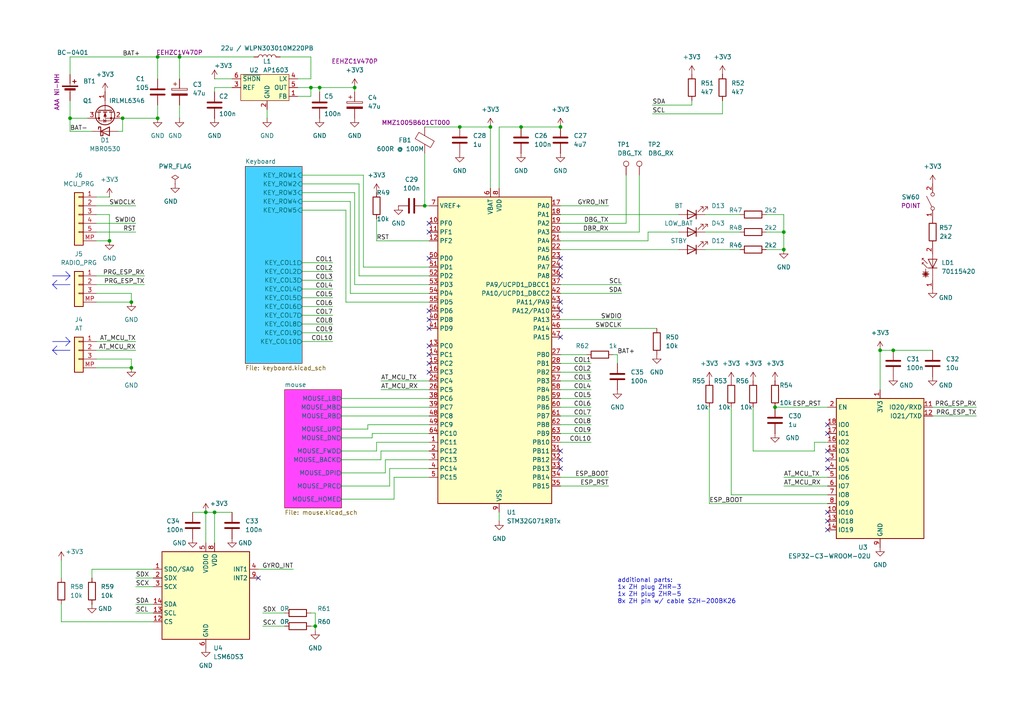
<source format=kicad_sch>
(kicad_sch (version 20231120) (generator "eeschema") (generator_version "8.0")
  (paper "A4")
  (title_block (title "EtherPointer") (date "2025-02-13") (rev "RC1") (company "Bart's Design") (comment 1 "Bartosz Pracz"))
  (junction (at 62.23 148.59))
  (junction (at 59.69 148.59))
  (junction (at 224.79 118.11))
  (junction (at 92.71 25.4))
  (junction (at 45.72 16.51))
  (junction (at 52.07 16.51))
  (junction (at 45.72 34.29))
  (junction (at 133.35 36.83))
  (junction (at 31.75 69.85))
  (junction (at 227.33 67.31))
  (junction (at 227.33 72.39))
  (junction (at 255.27 101.6))
  (junction (at 90.17 25.4))
  (junction (at 38.1 87.63))
  (junction (at 142.24 36.83))
  (junction (at 151.13 36.83))
  (junction (at 123.19 59.69))
  (junction (at 259.08 101.6))
  (junction (at 91.44 181.61))
  (junction (at 20.32 34.29))
  (junction (at 162.56 36.83))
  (junction (at 102.87 25.4))
  (junction (at 35.56 34.29))
  (junction (at 38.1 106.68))
  (no_connect (at 240.03 125.73))
  (no_connect (at 162.56 77.47))
  (no_connect (at 74.93 167.64))
  (no_connect (at 162.56 97.79))
  (no_connect (at 240.03 123.19))
  (no_connect (at 124.46 92.71))
  (no_connect (at 240.03 148.59))
  (no_connect (at 240.03 151.13))
  (no_connect (at 124.46 100.33))
  (no_connect (at 162.56 87.63))
  (no_connect (at 162.56 80.01))
  (no_connect (at 162.56 90.17))
  (no_connect (at 162.56 74.93))
  (no_connect (at 240.03 153.67))
  (no_connect (at 240.03 133.35))
  (no_connect (at 124.46 102.87))
  (no_connect (at 124.46 105.41))
  (no_connect (at 240.03 130.81))
  (no_connect (at 162.56 135.89))
  (no_connect (at 124.46 107.95))
  (no_connect (at 162.56 133.35))
  (no_connect (at 124.46 67.31))
  (no_connect (at 124.46 90.17))
  (no_connect (at 124.46 95.25))
  (no_connect (at 162.56 130.81))
  (no_connect (at 240.03 135.89))
  (no_connect (at 124.46 74.93))
  (no_connect (at 124.46 64.77))
  (wire (pts (xy 87.63 78.74) (xy 96.52 78.74)))
  (wire (pts (xy 27.94 59.69) (xy 39.37 59.69)))
  (wire (pts (xy 177.8 102.87) (xy 179.07 102.87)))
  (wire (pts (xy 20.32 16.51) (xy 20.32 21.59)))
  (wire (pts (xy 222.25 72.39) (xy 227.33 72.39)))
  (wire (pts (xy 62.23 148.59) (xy 67.31 148.59)))
  (wire (pts (xy 31.75 62.23) (xy 27.94 62.23)))
  (wire (pts (xy 224.79 118.11) (xy 240.03 118.11)))
  (wire (pts (xy 200.66 29.21) (xy 200.66 30.48)))
  (wire (pts (xy 27.94 57.15) (xy 31.75 57.15)))
  (wire (pts (xy 87.63 76.2) (xy 96.52 76.2)))
  (wire (pts (xy 17.78 162.56) (xy 17.78 167.64)))
  (polyline (pts (xy 15.24 82.55) (xy 16.51 83.82)))
  (wire (pts (xy 76.2 177.8) (xy 82.55 177.8)))
  (wire (pts (xy 110.49 130.81) (xy 124.46 130.81)))
  (polyline (pts (xy 19.05 97.79) (xy 20.32 99.06)))
  (wire (pts (xy 99.06 144.78) (xy 114.3 144.78)))
  (wire (pts (xy 35.56 34.29) (xy 45.72 34.29)))
  (wire (pts (xy 162.56 92.71) (xy 180.34 92.71)))
  (wire (pts (xy 162.56 115.57) (xy 171.45 115.57)))
  (polyline (pts (xy 15.24 80.01) (xy 20.32 80.01)))
  (wire (pts (xy 20.32 34.29) (xy 20.32 38.1)))
  (wire (pts (xy 99.06 137.16) (xy 111.76 137.16)))
  (wire (pts (xy 162.56 125.73) (xy 171.45 125.73)))
  (wire (pts (xy 162.56 62.23) (xy 196.85 62.23)))
  (polyline (pts (xy 15.24 101.6) (xy 16.51 100.33)))
  (wire (pts (xy 205.74 118.11) (xy 205.74 146.05)))
  (wire (pts (xy 86.36 25.4) (xy 90.17 25.4)))
  (wire (pts (xy 27.94 69.85) (xy 31.75 69.85)))
  (wire (pts (xy 38.1 85.09) (xy 27.94 85.09)))
  (wire (pts (xy 27.94 80.01) (xy 41.91 80.01)))
  (wire (pts (xy 91.44 177.8) (xy 91.44 181.61)))
  (wire (pts (xy 162.56 105.41) (xy 171.45 105.41)))
  (wire (pts (xy 162.56 113.03) (xy 171.45 113.03)))
  (wire (pts (xy 76.2 181.61) (xy 82.55 181.61)))
  (wire (pts (xy 52.07 16.51) (xy 73.66 16.51)))
  (wire (pts (xy 87.63 93.98) (xy 96.52 93.98)))
  (wire (pts (xy 142.24 36.83) (xy 142.24 54.61)))
  (wire (pts (xy 187.96 69.85) (xy 162.56 69.85)))
  (wire (pts (xy 162.56 67.31) (xy 185.42 67.31)))
  (wire (pts (xy 162.56 128.27) (xy 171.45 128.27)))
  (wire (pts (xy 144.78 36.83) (xy 151.13 36.83)))
  (wire (pts (xy 102.87 25.4) (xy 102.87 26.67)))
  (wire (pts (xy 162.56 59.69) (xy 176.53 59.69)))
  (wire (pts (xy 38.1 87.63) (xy 38.1 85.09)))
  (wire (pts (xy 109.22 69.85) (xy 124.46 69.85)))
  (wire (pts (xy 114.3 144.78) (xy 114.3 138.43)))
  (wire (pts (xy 99.06 127) (xy 107.95 127)))
  (wire (pts (xy 218.44 118.11) (xy 218.44 130.81)))
  (wire (pts (xy 189.23 30.48) (xy 200.66 30.48)))
  (wire (pts (xy 62.23 25.4) (xy 67.31 25.4)))
  (wire (pts (xy 52.07 16.51) (xy 52.07 22.86)))
  (wire (pts (xy 227.33 62.23) (xy 227.33 67.31)))
  (wire (pts (xy 102.87 82.55) (xy 124.46 82.55)))
  (polyline (pts (xy 19.05 100.33) (xy 20.32 99.06)))
  (wire (pts (xy 185.42 50.8) (xy 185.42 67.31)))
  (wire (pts (xy 27.94 99.06) (xy 39.37 99.06)))
  (wire (pts (xy 123.19 59.69) (xy 124.46 59.69)))
  (wire (pts (xy 144.78 54.61) (xy 144.78 36.83)))
  (wire (pts (xy 27.94 67.31) (xy 39.37 67.31)))
  (wire (pts (xy 27.94 101.6) (xy 39.37 101.6)))
  (wire (pts (xy 99.06 133.35) (xy 110.49 133.35)))
  (wire (pts (xy 87.63 81.28) (xy 96.52 81.28)))
  (wire (pts (xy 31.75 69.85) (xy 31.75 62.23)))
  (wire (pts (xy 92.71 25.4) (xy 102.87 25.4)))
  (wire (pts (xy 62.23 22.86) (xy 67.31 22.86)))
  (wire (pts (xy 17.78 180.34) (xy 44.45 180.34)))
  (wire (pts (xy 77.47 31.75) (xy 77.47 34.29)))
  (wire (pts (xy 87.63 86.36) (xy 96.52 86.36)))
  (wire (pts (xy 17.78 175.26) (xy 17.78 180.34)))
  (wire (pts (xy 27.94 106.68) (xy 38.1 106.68)))
  (polyline (pts (xy 19.05 78.74) (xy 20.32 80.01)))
  (wire (pts (xy 20.32 34.29) (xy 25.4 34.29)))
  (wire (pts (xy 81.28 16.51) (xy 90.17 16.51)))
  (wire (pts (xy 104.14 80.01) (xy 124.46 80.01)))
  (wire (pts (xy 109.22 128.27) (xy 124.46 128.27)))
  (wire (pts (xy 87.63 50.8) (xy 105.41 50.8)))
  (wire (pts (xy 110.49 113.03) (xy 124.46 113.03)))
  (wire (pts (xy 91.44 182.88) (xy 91.44 181.61)))
  (wire (pts (xy 236.22 128.27) (xy 236.22 130.81)))
  (wire (pts (xy 106.68 123.19) (xy 124.46 123.19)))
  (wire (pts (xy 99.06 140.97) (xy 113.03 140.97)))
  (polyline (pts (xy 15.24 99.06) (xy 20.32 99.06)))
  (wire (pts (xy 151.13 36.83) (xy 162.56 36.83)))
  (wire (pts (xy 114.3 138.43) (xy 124.46 138.43)))
  (wire (pts (xy 34.29 38.1) (xy 35.56 38.1)))
  (wire (pts (xy 26.67 165.1) (xy 26.67 167.64)))
  (wire (pts (xy 106.68 124.46) (xy 106.68 123.19)))
  (wire (pts (xy 236.22 128.27) (xy 240.03 128.27)))
  (wire (pts (xy 187.96 67.31) (xy 187.96 69.85)))
  (wire (pts (xy 104.14 53.34) (xy 104.14 80.01)))
  (polyline (pts (xy 15.24 82.55) (xy 16.51 81.28)))
  (wire (pts (xy 59.69 148.59) (xy 62.23 148.59)))
  (wire (pts (xy 91.44 181.61) (xy 90.17 181.61)))
  (polyline (pts (xy 15.24 101.6) (xy 16.51 102.87)))
  (wire (pts (xy 181.61 50.8) (xy 181.61 64.77)))
  (wire (pts (xy 105.41 77.47) (xy 124.46 77.47)))
  (wire (pts (xy 123.19 44.45) (xy 123.19 59.69)))
  (wire (pts (xy 87.63 91.44) (xy 96.52 91.44)))
  (wire (pts (xy 189.23 33.02) (xy 209.55 33.02)))
  (wire (pts (xy 227.33 67.31) (xy 222.25 67.31)))
  (wire (pts (xy 86.36 27.94) (xy 90.17 27.94)))
  (wire (pts (xy 205.74 146.05) (xy 240.03 146.05)))
  (wire (pts (xy 162.56 123.19) (xy 171.45 123.19)))
  (wire (pts (xy 212.09 143.51) (xy 240.03 143.51)))
  (wire (pts (xy 218.44 130.81) (xy 236.22 130.81)))
  (wire (pts (xy 204.47 67.31) (xy 214.63 67.31)))
  (wire (pts (xy 144.78 148.59) (xy 144.78 151.13)))
  (wire (pts (xy 99.06 120.65) (xy 124.46 120.65)))
  (wire (pts (xy 87.63 88.9) (xy 96.52 88.9)))
  (wire (pts (xy 62.23 157.48) (xy 62.23 148.59)))
  (wire (pts (xy 110.49 110.49) (xy 124.46 110.49)))
  (wire (pts (xy 45.72 16.51) (xy 52.07 16.51)))
  (wire (pts (xy 111.76 133.35) (xy 124.46 133.35)))
  (wire (pts (xy 90.17 16.51) (xy 90.17 22.86)))
  (polyline (pts (xy 19.05 81.28) (xy 20.32 80.01)))
  (wire (pts (xy 123.19 36.83) (xy 133.35 36.83)))
  (wire (pts (xy 162.56 102.87) (xy 170.18 102.87)))
  (wire (pts (xy 100.33 60.96) (xy 100.33 87.63)))
  (polyline (pts (xy 15.24 82.55) (xy 20.32 82.55)))
  (wire (pts (xy 90.17 177.8) (xy 91.44 177.8)))
  (wire (pts (xy 99.06 118.11) (xy 124.46 118.11)))
  (wire (pts (xy 90.17 25.4) (xy 92.71 25.4)))
  (wire (pts (xy 87.63 60.96) (xy 100.33 60.96)))
  (wire (pts (xy 87.63 99.06) (xy 96.52 99.06)))
  (wire (pts (xy 99.06 124.46) (xy 106.68 124.46)))
  (wire (pts (xy 55.88 148.59) (xy 59.69 148.59)))
  (wire (pts (xy 92.71 25.4) (xy 92.71 26.67)))
  (wire (pts (xy 162.56 72.39) (xy 196.85 72.39)))
  (wire (pts (xy 270.51 120.65) (xy 283.21 120.65)))
  (wire (pts (xy 87.63 83.82) (xy 96.52 83.82)))
  (wire (pts (xy 45.72 34.29) (xy 45.72 30.48)))
  (wire (pts (xy 105.41 50.8) (xy 105.41 77.47)))
  (polyline (pts (xy 15.24 101.6) (xy 20.32 101.6)))
  (polyline (pts (xy 15.24 101.6) (xy 16.51 101.6)))
  (wire (pts (xy 179.07 102.87) (xy 179.07 105.41)))
  (wire (pts (xy 87.63 96.52) (xy 96.52 96.52)))
  (wire (pts (xy 222.25 62.23) (xy 227.33 62.23)))
  (wire (pts (xy 111.76 137.16) (xy 111.76 133.35)))
  (wire (pts (xy 87.63 58.42) (xy 101.6 58.42)))
  (wire (pts (xy 255.27 101.6) (xy 259.08 101.6)))
  (wire (pts (xy 162.56 85.09) (xy 180.34 85.09)))
  (wire (pts (xy 52.07 30.48) (xy 52.07 34.29)))
  (wire (pts (xy 35.56 34.29) (xy 35.56 38.1)))
  (wire (pts (xy 38.1 106.68) (xy 38.1 104.14)))
  (wire (pts (xy 26.67 165.1) (xy 44.45 165.1)))
  (wire (pts (xy 162.56 82.55) (xy 180.34 82.55)))
  (wire (pts (xy 227.33 140.97) (xy 240.03 140.97)))
  (wire (pts (xy 20.32 34.29) (xy 20.32 29.21)))
  (wire (pts (xy 227.33 138.43) (xy 240.03 138.43)))
  (wire (pts (xy 162.56 138.43) (xy 176.53 138.43)))
  (wire (pts (xy 212.09 118.11) (xy 212.09 143.51)))
  (wire (pts (xy 107.95 127) (xy 107.95 125.73)))
  (wire (pts (xy 87.63 55.88) (xy 102.87 55.88)))
  (wire (pts (xy 99.06 130.81) (xy 109.22 130.81)))
  (wire (pts (xy 101.6 58.42) (xy 101.6 85.09)))
  (wire (pts (xy 109.22 130.81) (xy 109.22 128.27)))
  (wire (pts (xy 45.72 16.51) (xy 45.72 22.86)))
  (wire (pts (xy 59.69 148.59) (xy 59.69 157.48)))
  (wire (pts (xy 162.56 118.11) (xy 171.45 118.11)))
  (wire (pts (xy 162.56 110.49) (xy 171.45 110.49)))
  (wire (pts (xy 227.33 67.31) (xy 227.33 72.39)))
  (wire (pts (xy 187.96 67.31) (xy 196.85 67.31)))
  (wire (pts (xy 162.56 95.25) (xy 190.5 95.25)))
  (wire (pts (xy 204.47 62.23) (xy 214.63 62.23)))
  (wire (pts (xy 39.37 175.26) (xy 44.45 175.26)))
  (wire (pts (xy 109.22 63.5) (xy 109.22 69.85)))
  (wire (pts (xy 270.51 118.11) (xy 283.21 118.11)))
  (wire (pts (xy 27.94 82.55) (xy 41.91 82.55)))
  (wire (pts (xy 162.56 64.77) (xy 181.61 64.77)))
  (wire (pts (xy 162.56 140.97) (xy 176.53 140.97)))
  (wire (pts (xy 38.1 104.14) (xy 27.94 104.14)))
  (wire (pts (xy 162.56 120.65) (xy 171.45 120.65)))
  (wire (pts (xy 39.37 170.18) (xy 44.45 170.18)))
  (wire (pts (xy 87.63 53.34) (xy 104.14 53.34)))
  (wire (pts (xy 27.94 87.63) (xy 38.1 87.63)))
  (wire (pts (xy 90.17 22.86) (xy 86.36 22.86)))
  (wire (pts (xy 113.03 140.97) (xy 113.03 135.89)))
  (wire (pts (xy 39.37 167.64) (xy 44.45 167.64)))
  (wire (pts (xy 27.94 64.77) (xy 39.37 64.77)))
  (wire (pts (xy 110.49 133.35) (xy 110.49 130.81)))
  (wire (pts (xy 39.37 177.8) (xy 44.45 177.8)))
  (wire (pts (xy 100.33 87.63) (xy 124.46 87.63)))
  (wire (pts (xy 102.87 55.88) (xy 102.87 82.55)))
  (wire (pts (xy 99.06 115.57) (xy 124.46 115.57)))
  (wire (pts (xy 62.23 26.67) (xy 62.23 25.4)))
  (wire (pts (xy 204.47 72.39) (xy 214.63 72.39)))
  (wire (pts (xy 255.27 101.6) (xy 255.27 113.03)))
  (wire (pts (xy 26.67 38.1) (xy 20.32 38.1)))
  (wire (pts (xy 162.56 107.95) (xy 171.45 107.95)))
  (wire (pts (xy 74.93 165.1) (xy 85.09 165.1)))
  (wire (pts (xy 101.6 85.09) (xy 124.46 85.09)))
  (wire (pts (xy 209.55 33.02) (xy 209.55 29.21)))
  (wire (pts (xy 133.35 36.83) (xy 142.24 36.83)))
  (wire (pts (xy 90.17 27.94) (xy 90.17 25.4)))
  (wire (pts (xy 259.08 101.6) (xy 270.51 101.6)))
  (wire (pts (xy 20.32 16.51) (xy 45.72 16.51)))
  (wire (pts (xy 107.95 125.73) (xy 124.46 125.73)))
  (wire (pts (xy 113.03 135.89) (xy 124.46 135.89)))
  (text "additional parts:\n1x ZH plug ZHR-3\n1x ZH plug ZHR-5\n8x ZH pin w/ cable SZH-200BK26" (at 179.07 171.45 0) (effects (font (size 1.27 1.27)) (justify left)))
  (label "SDA" (at 189.23 30.48 0))
  (label "COL7" (at 171.45 120.65 180))
  (label "COL4" (at 171.45 113.03 180))
  (label "COL4" (at 96.52 83.82 180))
  (label "AT_MCU_RX" (at 110.49 113.03 0))
  (label "COL5" (at 171.45 115.57 180))
  (label "BAT-" (at 20.32 38.1 0))
  (label "COL2" (at 96.52 78.74 180))
  (label "PRG_ESP_RX" (at 41.91 80.01 180))
  (label "COL10" (at 171.45 128.27 180))
  (label "COL6" (at 96.52 88.9 180))
  (label "DBR_RX" (at 176.53 67.31 180))
  (label "RST" (at 39.37 67.31 180))
  (label "COL5" (at 96.52 86.36 180))
  (label "COL1" (at 96.52 76.2 180))
  (label "AT_MCU_TX" (at 227.33 138.43 0))
  (label "SWDCLK" (at 39.37 59.69 180))
  (label "COL10" (at 96.52 99.06 180))
  (label "COL1" (at 171.45 105.41 180))
  (label "ESP_BOOT" (at 176.53 138.43 180))
  (label "COL9" (at 171.45 125.73 180))
  (label "BAT+" (at 179.07 102.87 0))
  (label "AT_MCU_TX" (at 39.37 99.06 180))
  (label "SCL" (at 189.23 33.02 0))
  (label "GYRO_INT" (at 176.53 59.69 180))
  (label "SCX" (at 76.2 181.61 0))
  (label "COL7" (at 96.52 91.44 180))
  (label "DBG_TX" (at 176.53 64.77 180))
  (label "ESP_BOOT" (at 205.74 146.05 0))
  (label "SWDIO" (at 39.37 64.77 180))
  (label "COL8" (at 171.45 123.19 180))
  (label "ESP_RST" (at 176.53 140.97 180))
  (label "COL3" (at 171.45 110.49 180))
  (label "SDX" (at 76.2 177.8 0))
  (label "RST" (at 109.22 69.85 0))
  (label "SCL" (at 180.34 82.55 180))
  (label "COL8" (at 96.52 93.98 180))
  (label "SWDIO" (at 180.34 92.71 180))
  (label "SCL" (at 39.37 177.8 0))
  (label "COL3" (at 96.52 81.28 180))
  (label "BAT+" (at 35.56 16.51 0))
  (label "COL6" (at 171.45 118.11 180))
  (label "SDA" (at 180.34 85.09 180))
  (label "COL9" (at 96.52 96.52 180))
  (label "AT_MCU_RX" (at 39.37 101.6 180))
  (label "AT_MCU_TX" (at 110.49 110.49 0))
  (label "AT_MCU_RX" (at 227.33 140.97 0))
  (label "PRG_ESP_RX" (at 283.21 118.11 180))
  (label "ESP_RST" (at 229.87 118.11 0))
  (label "SDA" (at 39.37 175.26 0))
  (label "COL2" (at 171.45 107.95 180))
  (label "PRG_ESP_TX" (at 283.21 120.65 180))
  (label "SDX" (at 39.37 167.64 0))
  (label "SCX" (at 39.37 170.18 0))
  (label "GYRO_INT" (at 85.09 165.1 180))
  (label "SWDCLK" (at 180.34 95.25 180))
  (label "PRG_ESP_TX" (at 41.91 82.55 180))
  (symbol (lib_id "power:+3V3") (at 102.87 25.4 0) (mirror y) (unit 1)
    (property "Reference" "#PWR09" (effects (hide yes)))
    (property "Value" "+3V3" (at 102.87 20.32 0))
    (property "Description" "Power symbol creates a global label with name \"+3V3\"" (effects (hide yes)))
  )
  (symbol (lib_id "airMouseLib:Conn_01x05_MP") (at 22.86 62.23 0) (mirror y) (unit 1)
    (property "Reference" "J6" (at 22.86 50.8 0))
    (property "Value" "MCU_PRG" (at 22.86 53.34 0))
    (property "Footprint" "Connector_JST:JST_ZH_S5B-ZR-SM4A-TF_1x05-1MP_P1.50mm_Horizontal" (effects (hide yes)))
    (property "Description" "Generic connector, single row, 01x05, script generated (kicad-library-utils/schlib/autogen/connector/)" (effects (hide yes)))
  )
  (symbol (lib_id "power:+3V3") (at 212.09 110.49 0) (unit 1)
    (property "Reference" "#PWR069" (effects (hide yes)))
    (property "Value" "+3V3" (at 212.09 105.41 0))
    (property "Description" "Power symbol creates a global label with name \"+3V3\"" (effects (hide yes)))
  )
  (symbol (lib_id "Device:Battery_Cell") (at 20.32 26.67 0) (unit 1)
    (property "Reference" "BT1" (at 24.13 23.5584 0) (effects (justify left)))
    (property "Value" "BC-0401" (at 16.51 15.24 0) (effects (justify left)))
    (property "Footprint" "airMouseLib:BC-0401" (effects (hide yes)))
    (property "Description" "Single-cell battery" (effects (hide yes)))
    (property "Field5" "AAA Ni-MH" (at 16.51 26.67 90))
  )
  (symbol (lib_id "Connector:TestPoint") (at 185.42 50.8 0) (unit 1)
    (property "Reference" "TP2" (at 187.96 41.91 0) (effects (justify left)))
    (property "Value" "DBG_RX" (at 187.96 44.45 0) (effects (justify left)))
    (property "Footprint" "TestPoint:TestPoint_Pad_D1.0mm" (effects (hide yes)))
    (property "Description" "test point" (effects (hide yes)))
  )
  (symbol (lib_id "airMouseLib:AP1603") (at 76.2 25.4 0) (unit 1)
    (property "Reference" "U2" (at 73.66 20.32 0))
    (property "Value" "AP1603" (at 80.01 20.32 0))
    (property "Footprint" "Package_TO_SOT_SMD:SOT-23-6" (effects (hide yes)))
  )
  (symbol (lib_id "Device:C") (at 270.51 105.41 0) (unit 1)
    (property "Reference" "C32" (at 274.32 104.1399 0) (effects (justify left)))
    (property "Value" "10u" (at 274.32 106.6799 0) (effects (justify left)))
    (property "Footprint" "Capacitor_SMD:C_0805_2012Metric" (effects (hide yes)))
    (property "Description" "Unpolarized capacitor" (effects (hide yes)))
  )
  (symbol (lib_id "power:GND") (at 91.44 182.88 0) (unit 1)
    (property "Reference" "#PWR080" (effects (hide yes)))
    (property "Value" "GND" (at 91.44 187.96 0))
    (property "Description" "Power symbol creates a global label with name \"GND\" , ground" (effects (hide yes)))
  )
  (symbol (lib_id "power:GND") (at 151.13 44.45 0) (unit 1)
    (property "Reference" "#PWR057" (effects (hide yes)))
    (property "Value" "GND" (at 151.13 49.53 0))
    (property "Description" "Power symbol creates a global label with name \"GND\" , ground" (effects (hide yes)))
  )
  (symbol (lib_id "Device:C") (at 259.08 105.41 0) (unit 1)
    (property "Reference" "C31" (at 262.89 104.1399 0) (effects (justify left)))
    (property "Value" "100n" (at 262.89 106.6799 0) (effects (justify left)))
    (property "Footprint" "Capacitor_SMD:C_0603_1608Metric" (effects (hide yes)))
    (property "Description" "Unpolarized capacitor" (effects (hide yes)))
  )
  (symbol (lib_id "power:GND") (at 227.33 72.39 0) (unit 1)
    (property "Reference" "#PWR052" (effects (hide yes)))
    (property "Value" "GND" (at 227.33 77.47 0))
    (property "Description" "Power symbol creates a global label with name \"GND\" , ground" (effects (hide yes)))
  )
  (symbol (lib_id "power:+3V3") (at 224.79 110.49 0) (unit 1)
    (property "Reference" "#PWR070" (effects (hide yes)))
    (property "Value" "+3V3" (at 224.79 105.41 0))
    (property "Description" "Power symbol creates a global label with name \"+3V3\"" (effects (hide yes)))
  )
  (symbol (lib_id "Device:R") (at 218.44 72.39 90) (unit 1)
    (property "Reference" "R46" (at 213.36 71.12 90))
    (property "Value" "2k2" (at 223.52 71.12 90))
    (property "Footprint" "Resistor_SMD:R_0603_1608Metric" (effects (hide yes)))
    (property "Description" "Resistor" (effects (hide yes)))
  )
  (symbol (lib_id "Device:R") (at 209.55 25.4 0) (unit 1)
    (property "Reference" "R52" (at 212.09 24.1299 0) (effects (justify left)))
    (property "Value" "4k7" (at 212.09 26.6699 0) (effects (justify left)))
    (property "Footprint" "Resistor_SMD:R_0603_1608Metric" (effects (hide yes)))
    (property "Description" "Resistor" (effects (hide yes)))
  )
  (symbol (lib_id "power:GND") (at 162.56 44.45 0) (unit 1)
    (property "Reference" "#PWR058" (effects (hide yes)))
    (property "Value" "GND" (at 162.56 49.53 0))
    (property "Description" "Power symbol creates a global label with name \"GND\" , ground" (effects (hide yes)))
  )
  (symbol (lib_id "Device:R") (at 218.44 114.3 0) (unit 1)
    (property "Reference" "R56" (at 213.36 110.49 0) (effects (justify left)))
    (property "Value" "10k" (at 214.63 118.11 0) (effects (justify left)))
    (property "Footprint" "Resistor_SMD:R_0603_1608Metric" (effects (hide yes)))
    (property "Description" "Resistor" (effects (hide yes)))
  )
  (symbol (lib_id "power:+3V3") (at 62.23 22.86 0) (unit 1)
    (property "Reference" "#PWR04" (effects (hide yes)))
    (property "Value" "+3V3" (at 64.77 19.05 0))
    (property "Description" "Power symbol creates a global label with name \"+3V3\"" (effects (hide yes)))
  )
  (symbol (lib_id "Device:R") (at 270.51 67.31 180) (unit 1)
    (property "Reference" "R57" (at 274.32 66.04 0))
    (property "Value" "2k2" (at 274.32 68.58 0))
    (property "Footprint" "Resistor_SMD:R_0603_1608Metric" (effects (hide yes)))
    (property "Description" "Resistor" (effects (hide yes)))
  )
  (symbol (lib_id "Device:FerriteBead") (at 123.19 40.64 0) (unit 1)
    (property "Reference" "FB1" (at 115.57 40.64 0) (effects (justify left)))
    (property "Value" "600R @ 100M" (at 109.22 43.18 0) (effects (justify left)))
    (property "Footprint" "Capacitor_SMD:C_0603_1608Metric" (effects (hide yes)))
    (property "Description" "Ferrite bead" (effects (hide yes)))
    (property "Field5" "MMZ1005B601CT000" (at 120.65 35.56 0))
  )
  (symbol (lib_id "power:+3V3") (at 209.55 21.59 0) (mirror y) (unit 1)
    (property "Reference" "#PWR067" (effects (hide yes)))
    (property "Value" "+3V3" (at 209.55 16.51 0))
    (property "Description" "Power symbol creates a global label with name \"+3V3\"" (effects (hide yes)))
  )
  (symbol (lib_id "power:+3V3") (at 255.27 101.6 0) (unit 1)
    (property "Reference" "#PWR072" (effects (hide yes)))
    (property "Value" "+3V3" (at 255.27 96.52 0))
    (property "Description" "Power symbol creates a global label with name \"+3V3\"" (effects (hide yes)))
  )
  (symbol (lib_id "power:+3V3") (at 200.66 21.59 0) (mirror y) (unit 1)
    (property "Reference" "#PWR066" (effects (hide yes)))
    (property "Value" "+3V3" (at 200.66 16.51 0))
    (property "Description" "Power symbol creates a global label with name \"+3V3\"" (effects (hide yes)))
  )
  (symbol (lib_id "Device:C") (at 151.13 40.64 0) (unit 1)
    (property "Reference" "C26" (at 154.94 39.3699 0) (effects (justify left)))
    (property "Value" "100n" (at 154.94 41.9099 0) (effects (justify left)))
    (property "Footprint" "Capacitor_SMD:C_0603_1608Metric" (effects (hide yes)))
    (property "Description" "Unpolarized capacitor" (effects (hide yes)))
  )
  (symbol (lib_id "Device:R") (at 17.78 171.45 0) (unit 1)
    (property "Reference" "R58" (at 20.32 170.1799 0) (effects (justify left)))
    (property "Value" "10k" (at 20.32 172.7199 0) (effects (justify left)))
    (property "Footprint" "Resistor_SMD:R_0603_1608Metric" (effects (hide yes)))
    (property "Description" "Resistor" (effects (hide yes)))
  )
  (symbol (lib_id "power:GND") (at 255.27 158.75 0) (unit 1)
    (property "Reference" "#PWR061" (effects (hide yes)))
    (property "Value" "GND" (at 255.27 163.83 0))
    (property "Description" "Power symbol creates a global label with name \"GND\" , ground" (effects (hide yes)))
  )
  (symbol (lib_id "Device:D_Schottky") (at 30.48 38.1 0) (unit 1)
    (property "Reference" "D1" (at 30.48 40.64 0))
    (property "Value" "MBR0530" (at 30.48 43.18 0))
    (property "Footprint" "Diode_SMD:D_SOD-123" (effects (hide yes)))
    (property "Description" "Schottky diode" (effects (hide yes)))
  )
  (symbol (lib_id "power:+3V3") (at 31.75 57.15 0) (mirror y) (unit 1)
    (property "Reference" "#PWR053" (effects (hide yes)))
    (property "Value" "+3V3" (at 31.75 52.07 0))
    (property "Description" "Power symbol creates a global label with name \"+3V3\"" (effects (hide yes)))
  )
  (symbol (lib_id "power:GND") (at 133.35 44.45 0) (unit 1)
    (property "Reference" "#PWR059" (effects (hide yes)))
    (property "Value" "GND" (at 133.35 49.53 0))
    (property "Description" "Power symbol creates a global label with name \"GND\" , ground" (effects (hide yes)))
  )
  (symbol (lib_id "power:GND") (at 62.23 34.29 0) (unit 1)
    (property "Reference" "#PWR03" (effects (hide yes)))
    (property "Value" "GND" (at 62.23 39.37 0))
    (property "Description" "Power symbol creates a global label with name \"GND\" , ground" (effects (hide yes)))
  )
  (symbol (lib_id "Device:R") (at 224.79 114.3 0) (unit 1)
    (property "Reference" "R54" (at 226.06 111.76 0) (effects (justify left)))
    (property "Value" "10k" (at 226.06 116.84 0) (effects (justify left)))
    (property "Footprint" "Resistor_SMD:R_0603_1608Metric" (effects (hide yes)))
    (property "Description" "Resistor" (effects (hide yes)))
  )
  (symbol (lib_id "power:GND") (at 179.07 113.03 0) (unit 1)
    (property "Reference" "#PWR086" (effects (hide yes)))
    (property "Value" "GND" (at 179.07 118.11 0))
    (property "Description" "Power symbol creates a global label with name \"GND\" , ground" (effects (hide yes)))
  )
  (symbol (lib_id "power:GND") (at 52.07 34.29 0) (unit 1)
    (property "Reference" "#PWR05" (effects (hide yes)))
    (property "Value" "GND" (at 50.8 39.37 0))
    (property "Description" "Power symbol creates a global label with name \"GND\" , ground" (effects (hide yes)))
  )
  (symbol (lib_id "power:GND") (at 55.88 156.21 0) (unit 1)
    (property "Reference" "#PWR081" (effects (hide yes)))
    (property "Value" "GND" (at 52.07 157.48 0))
    (property "Description" "Power symbol creates a global label with name \"GND\" , ground" (effects (hide yes)))
  )
  (symbol (lib_id "Device:C") (at 133.35 40.64 0) (unit 1)
    (property "Reference" "C28" (at 137.16 39.3699 0) (effects (justify left)))
    (property "Value" "1u" (at 137.16 41.9099 0) (effects (justify left)))
    (property "Footprint" "Capacitor_SMD:C_0603_1608Metric" (effects (hide yes)))
    (property "Description" "Unpolarized capacitor" (effects (hide yes)))
  )
  (symbol (lib_id "power:GND") (at 45.72 34.29 0) (unit 1)
    (property "Reference" "#PWR02" (effects (hide yes)))
    (property "Value" "GND" (at 45.72 39.37 0))
    (property "Description" "Power symbol creates a global label with name \"GND\" , ground" (effects (hide yes)))
  )
  (symbol (lib_id "power:+3V3") (at 17.78 162.56 0) (unit 1)
    (property "Reference" "#PWR083" (effects (hide yes)))
    (property "Value" "+3V3" (at 21.59 160.02 0))
    (property "Description" "Power symbol creates a global label with name \"+3V3\"" (effects (hide yes)))
  )
  (symbol (lib_id "Device:C") (at 92.71 30.48 0) (unit 1)
    (property "Reference" "C5" (at 93.98 27.94 0) (effects (justify left)))
    (property "Value" "100n" (at 93.98 33.02 0) (effects (justify left)))
    (property "Footprint" "Capacitor_SMD:C_0603_1608Metric" (effects (hide yes)))
    (property "Description" "Unpolarized capacitor" (effects (hide yes)))
  )
  (symbol (lib_id "power:GND") (at 115.57 59.69 0) (unit 1)
    (property "Reference" "#PWR060" (effects (hide yes)))
    (property "Value" "GND" (at 115.57 64.77 0))
    (property "Description" "Power symbol creates a global label with name \"GND\" , ground" (effects (hide yes)))
  )
  (symbol (lib_id "Device:R") (at 173.99 102.87 90) (unit 1)
    (property "Reference" "R62" (at 168.91 100.33 90))
    (property "Value" "1k" (at 177.8 100.33 90))
    (property "Description" "Resistor" (effects (hide yes)))
  )
  (symbol (lib_id "power:+3V3") (at 59.69 148.59 0) (unit 1)
    (property "Reference" "#PWR082" (effects (hide yes)))
    (property "Value" "+3V3" (at 63.5 146.05 0))
    (property "Description" "Power symbol creates a global label with name \"+3V3\"" (effects (hide yes)))
  )
  (symbol (lib_id "Device:C") (at 55.88 152.4 0) (unit 1)
    (property "Reference" "C34" (at 48.26 151.13 0) (effects (justify left)))
    (property "Value" "100n" (at 48.26 153.67 0) (effects (justify left)))
    (property "Footprint" "Capacitor_SMD:C_0603_1608Metric" (effects (hide yes)))
    (property "Description" "Unpolarized capacitor" (effects (hide yes)))
  )
  (symbol (lib_id "Device:C") (at 179.07 109.22 0) (unit 1)
    (property "Reference" "C35" (at 182.88 107.9499 0) (effects (justify left)))
    (property "Value" "100n" (at 182.88 110.4899 0) (effects (justify left)))
    (property "Footprint" "Capacitor_SMD:C_0603_1608Metric" (effects (hide yes)))
    (property "Description" "Unpolarized capacitor" (effects (hide yes)))
  )
  (symbol (lib_id "Device:C") (at 45.72 26.67 0) (unit 1)
    (property "Reference" "C1" (at 39.37 22.86 0) (effects (justify left)))
    (property "Value" "105" (at 39.37 25.4 0) (effects (justify left)))
    (property "Footprint" "Capacitor_SMD:C_0603_1608Metric" (effects (hide yes)))
    (property "Description" "Unpolarized capacitor" (effects (hide yes)))
  )
  (symbol (lib_id "power:GND") (at 144.78 151.13 0) (unit 1)
    (property "Reference" "#PWR010" (effects (hide yes)))
    (property "Value" "GND" (at 144.78 156.21 0))
    (property "Description" "Power symbol creates a global label with name \"GND\" , ground" (effects (hide yes)))
  )
  (symbol (lib_id "Device:C_Polarized") (at 52.07 26.67 0) (unit 1)
    (property "Reference" "C3" (at 55.88 24.5109 0) (effects (justify left)))
    (property "Value" "47u" (at 55.88 27.0509 0) (effects (justify left)))
    (property "Footprint" "Capacitor_SMD:CP_Elec_6.3x5.8" (effects (hide yes)))
    (property "Description" "Polarized capacitor" (effects (hide yes)))
    (property "Field5" "EEHZC1V470P" (at 52.07 15.24 0))
  )
  (symbol (lib_id "Device:R") (at 200.66 25.4 0) (unit 1)
    (property "Reference" "R51" (at 203.2 24.1299 0) (effects (justify left)))
    (property "Value" "4k7" (at 203.2 26.6699 0) (effects (justify left)))
    (property "Footprint" "Resistor_SMD:R_0603_1608Metric" (effects (hide yes)))
    (property "Description" "Resistor" (effects (hide yes)))
  )
  (symbol (lib_id "power:GND") (at 224.79 125.73 0) (unit 1)
    (property "Reference" "#PWR071" (effects (hide yes)))
    (property "Value" "GND" (at 229.87 127 0))
    (property "Description" "Power symbol creates a global label with name \"GND\" , ground" (effects (hide yes)))
  )
  (symbol (lib_id "power:+3V3") (at 30.48 26.67 0) (unit 1)
    (property "Reference" "#PWR01" (effects (hide yes)))
    (property "Value" "+3V3" (at 30.48 21.59 0))
    (property "Description" "Power symbol creates a global label with name \"+3V3\"" (effects (hide yes)))
  )
  (symbol (lib_id "power:+3V3") (at 218.44 110.49 0) (unit 1)
    (property "Reference" "#PWR076" (effects (hide yes)))
    (property "Value" "+3V3" (at 218.44 105.41 0))
    (property "Description" "Power symbol creates a global label with name \"+3V3\"" (effects (hide yes)))
  )
  (symbol (lib_id "Device:R") (at 86.36 181.61 90) (unit 1)
    (property "Reference" "R60" (at 93.98 180.34 90))
    (property "Value" "0R" (at 82.55 180.34 90))
    (property "Footprint" "Resistor_SMD:R_0603_1608Metric" (effects (hide yes)))
    (property "Description" "Resistor" (effects (hide yes)))
  )
  (symbol (lib_id "power:GND") (at 270.51 83.82 0) (unit 1)
    (property "Reference" "#PWR078" (effects (hide yes)))
    (property "Value" "GND" (at 274.32 86.36 0))
    (property "Description" "Power symbol creates a global label with name \"GND\" , ground" (effects (hide yes)))
  )
  (symbol (lib_id "airMouseLib:Conn_01x03_MP") (at 22.86 101.6 0) (mirror y) (unit 1)
    (property "Reference" "J4" (at 22.86 92.71 0))
    (property "Value" "AT" (at 22.86 95.25 0))
    (property "Footprint" "Connector_JST:JST_ZH_S3B-ZR-SM4A-TF_1x03-1MP_P1.50mm_Horizontal" (effects (hide yes)))
    (property "Description" "Generic connector, single row, 01x03, script generated (kicad-library-utils/schlib/autogen/connector/)" (effects (hide yes)))
  )
  (symbol (lib_id "power:+3V3") (at 270.51 53.34 0) (unit 1)
    (property "Reference" "#PWR077" (effects (hide yes)))
    (property "Value" "+3V3" (at 270.51 48.26 0))
    (property "Description" "Power symbol creates a global label with name \"+3V3\"" (effects (hide yes)))
  )
  (symbol (lib_id "power:GND") (at 92.71 34.29 0) (unit 1)
    (property "Reference" "#PWR08" (effects (hide yes)))
    (property "Value" "GND" (at 92.71 39.37 0))
    (property "Description" "Power symbol creates a global label with name \"GND\" , ground" (effects (hide yes)))
  )
  (symbol (lib_id "power:GND") (at 31.75 69.85 0) (unit 1)
    (property "Reference" "#PWR054" (effects (hide yes)))
    (property "Value" "GND" (at 31.75 74.93 0))
    (property "Description" "Power symbol creates a global label with name \"GND\" , ground" (effects (hide yes)))
  )
  (symbol (lib_id "power:GND") (at 38.1 106.68 0) (unit 1)
    (property "Reference" "#PWR062" (effects (hide yes)))
    (property "Value" "GND" (at 38.1 111.76 0))
    (property "Description" "Power symbol creates a global label with name \"GND\" , ground" (effects (hide yes)))
  )
  (symbol (lib_id "Device:L") (at 77.47 16.51 90) (unit 1)
    (property "Reference" "L1" (at 77.47 17.78 90))
    (property "Value" "22u / WLPN303010M220PB" (at 77.47 13.97 90))
    (property "Footprint" "Inductor_SMD:L_Abracon_ASPI-3012S" (effects (hide yes)))
    (property "Description" "Inductor" (effects (hide yes)))
  )
  (symbol (lib_id "Device:R") (at 205.74 114.3 0) (unit 1)
    (property "Reference" "R55" (at 200.66 110.49 0) (effects (justify left)))
    (property "Value" "10k" (at 201.93 118.11 0) (effects (justify left)))
    (property "Footprint" "Resistor_SMD:R_0603_1608Metric" (effects (hide yes)))
    (property "Description" "Resistor" (effects (hide yes)))
  )
  (symbol (lib_id "power:+3V3") (at 162.56 36.83 0) (mirror y) (unit 1)
    (property "Reference" "#PWR065" (effects (hide yes)))
    (property "Value" "+3V3" (at 162.56 31.75 0))
    (property "Description" "Power symbol creates a global label with name \"+3V3\"" (effects (hide yes)))
  )
  (symbol (lib_id "power:GND") (at 102.87 34.29 0) (unit 1)
    (property "Reference" "#PWR07" (effects (hide yes)))
    (property "Value" "GND" (at 102.87 39.37 0))
    (property "Description" "Power symbol creates a global label with name \"GND\" , ground" (effects (hide yes)))
  )
  (symbol (lib_id "Sensor_Motion:LSM6DS3") (at 59.69 172.72 0) (unit 1)
    (property "Reference" "U4" (at 61.8841 187.96 0) (effects (justify left)))
    (property "Value" "LSM6DS3" (at 61.8841 190.5 0) (effects (justify left)))
    (property "Footprint" "Package_LGA:LGA-14_3x2.5mm_P0.5mm_LayoutBorder3x4y" (effects (hide yes)))
    (property "Datasheet" "https://www.st.com/resource/en/datasheet/lsm6ds3tr-c.pdf" (effects (hide yes)))
    (property "Description" "I2C/SPI, iNEMO inertial module: always-on 3D accelerometer and 3D gyroscope" (effects (hide yes)))
  )
  (symbol (lib_id "power:GND") (at 77.47 34.29 0) (unit 1)
    (property "Reference" "#PWR06" (effects (hide yes)))
    (property "Value" "GND" (at 77.47 39.37 0))
    (property "Description" "Power symbol creates a global label with name \"GND\" , ground" (effects (hide yes)))
  )
  (symbol (lib_id "power:+3V3") (at 205.74 110.49 0) (unit 1)
    (property "Reference" "#PWR075" (effects (hide yes)))
    (property "Value" "+3V3" (at 205.74 105.41 0))
    (property "Description" "Power symbol creates a global label with name \"+3V3\"" (effects (hide yes)))
  )
  (symbol (lib_id "Device:R") (at 26.67 171.45 0) (unit 1)
    (property "Reference" "R59" (at 29.21 170.1799 0) (effects (justify left)))
    (property "Value" "10k" (at 29.21 172.7199 0) (effects (justify left)))
    (property "Footprint" "Resistor_SMD:R_0603_1608Metric" (effects (hide yes)))
    (property "Description" "Resistor" (effects (hide yes)))
  )
  (symbol (lib_id "power:GND") (at 59.69 187.96 0) (unit 1)
    (property "Reference" "#PWR068" (effects (hide yes)))
    (property "Value" "GND" (at 59.69 193.04 0))
    (property "Description" "Power symbol creates a global label with name \"GND\" , ground" (effects (hide yes)))
  )
  (symbol (lib_id "power:GND") (at 190.5 102.87 0) (unit 1)
    (property "Reference" "#PWR063" (effects (hide yes)))
    (property "Value" "GND" (at 190.5 107.95 0))
    (property "Description" "Power symbol creates a global label with name \"GND\" , ground" (effects (hide yes)))
  )
  (symbol (lib_id "Device:LED") (at 200.66 67.31 180) (unit 1)
    (property "Reference" "D43" (at 208.28 64.77 0))
    (property "Value" "LOW_BAT" (at 196.85 64.77 0))
    (property "Footprint" "LED_SMD:LED_0603_1608Metric" (effects (hide yes)))
    (property "Description" "Light emitting diode" (effects (hide yes)))
  )
  (symbol (lib_id "RF_Module:ESP32-C3-WROOM-02U") (at 255.27 135.89 0) (unit 1)
    (property "Reference" "U3" (at 248.92 158.75 0) (effects (justify left)))
    (property "Value" "ESP32-C3-WROOM-02U" (at 228.6 161.29 0) (effects (justify left)))
    (property "Footprint" "RF_Module:ESP32-C3-WROOM-02U" (effects (hide yes)))
    (property "Datasheet" "https://www.espressif.com/sites/default/files/documentation/esp32-c3-wroom-02_datasheet_en.pdf" (effects (hide yes)))
    (property "Description" "802.11 b/g/n Wi­Fi and Bluetooth 5 module, ESP32­C3 SoC, RISC­V microprocessor, On-board antenna" (effects (hide yes)))
  )
  (symbol (lib_id "Device:R") (at 109.22 59.69 0) (unit 1)
    (property "Reference" "R49" (at 109.22 55.88 0) (effects (justify left)))
    (property "Value" "10k" (at 109.22 63.5 0) (effects (justify left)))
    (property "Footprint" "Resistor_SMD:R_0603_1608Metric" (effects (hide yes)))
    (property "Description" "Resistor" (effects (hide yes)))
  )
  (symbol (lib_id "power:PWR_FLAG") (at 50.8 53.34 0) (unit 1)
    (property "Reference" "#FLG01" (effects (hide yes)))
    (property "Value" "PWR_FLAG" (at 50.8 48.26 0))
    (property "Description" "Special symbol for telling ERC where power comes from" (effects (hide yes)))
  )
  (symbol (lib_id "Device:D_Laser_1C2A") (at 270.51 76.2 90) (unit 1)
    (property "Reference" "LD1" (at 273.05 76.1999 90) (effects (justify right)))
    (property "Value" "70115420" (at 273.05 78.7399 90) (effects (justify right)))
    (property "Footprint" "Connector_PinHeader_2.54mm:PinHeader_1x02_P2.54mm_Vertical" (effects (hide yes)))
    (property "Description" "Laser diode, cathode on pin 1, anode on pin 2" (effects (hide yes)))
  )
  (symbol (lib_id "Connector:TestPoint") (at 181.61 50.8 0) (unit 1)
    (property "Reference" "TP1" (at 179.07 41.91 0) (effects (justify left)))
    (property "Value" "DBG_TX" (at 179.07 44.45 0) (effects (justify left)))
    (property "Footprint" "TestPoint:TestPoint_Pad_D1.0mm" (effects (hide yes)))
    (property "Description" "test point" (effects (hide yes)))
  )
  (symbol (lib_id "airMouseLib:KEY") (at 270.51 58.42 90) (unit 1)
    (property "Reference" "SW60" (at 264.16 57.15 90))
    (property "Value" "KEY" (effects (hide yes)))
    (property "Footprint" "airMouseLib:TL3315NF100Q" (effects (hide yes)))
    (property "Description" "Single Pole Single Throw (SPST) switch" (effects (hide yes)))
    (property "KEY" "POINT" (at 264.16 59.69 90))
  )
  (symbol (lib_id "airMouseLib:Conn_01x03_MP") (at 22.86 82.55 0) (mirror y) (unit 1)
    (property "Reference" "J5" (at 22.86 73.66 0))
    (property "Value" "RADIO_PRG" (at 22.86 76.2 0))
    (property "Footprint" "Connector_JST:JST_ZH_S3B-ZR-SM4A-TF_1x03-1MP_P1.50mm_Horizontal" (effects (hide yes)))
    (property "Description" "Generic connector, single row, 01x03, script generated (kicad-library-utils/schlib/autogen/connector/)" (effects (hide yes)))
  )
  (symbol (lib_id "Device:C") (at 119.38 59.69 270) (unit 1)
    (property "Reference" "C29" (at 119.38 52.07 90))
    (property "Value" "100n" (at 119.38 54.61 90))
    (property "Footprint" "Capacitor_SMD:C_0603_1608Metric" (effects (hide yes)))
    (property "Description" "Unpolarized capacitor" (effects (hide yes)))
  )
  (symbol (lib_id "Device:R") (at 218.44 67.31 90) (unit 1)
    (property "Reference" "R48" (at 213.36 66.04 90))
    (property "Value" "2k2" (at 223.52 66.04 90))
    (property "Footprint" "Resistor_SMD:R_0603_1608Metric" (effects (hide yes)))
    (property "Description" "Resistor" (effects (hide yes)))
  )
  (symbol (lib_id "Device:C") (at 67.31 152.4 0) (unit 1)
    (property "Reference" "C33" (at 71.12 151.1299 0) (effects (justify left)))
    (property "Value" "100n" (at 71.12 153.6699 0) (effects (justify left)))
    (property "Footprint" "Capacitor_SMD:C_0603_1608Metric" (effects (hide yes)))
    (property "Description" "Unpolarized capacitor" (effects (hide yes)))
  )
  (symbol (lib_id "power:GND") (at 38.1 87.63 0) (unit 1)
    (property "Reference" "#PWR055" (effects (hide yes)))
    (property "Value" "GND" (at 38.1 92.71 0))
    (property "Description" "Power symbol creates a global label with name \"GND\" , ground" (effects (hide yes)))
  )
  (symbol (lib_id "Device:C") (at 224.79 121.92 0) (unit 1)
    (property "Reference" "C30" (at 228.6 120.6499 0) (effects (justify left)))
    (property "Value" "1u" (at 228.6 123.1899 0) (effects (justify left)))
    (property "Footprint" "Capacitor_SMD:C_0603_1608Metric" (effects (hide yes)))
    (property "Description" "Unpolarized capacitor" (effects (hide yes)))
  )
  (symbol (lib_id "Device:C_Polarized") (at 102.87 30.48 0) (unit 1)
    (property "Reference" "C4" (at 106.68 28.3209 0) (effects (justify left)))
    (property "Value" "47u" (at 106.68 30.8609 0) (effects (justify left)))
    (property "Footprint" "Capacitor_SMD:CP_Elec_6.3x5.8" (effects (hide yes)))
    (property "Description" "Polarized capacitor" (effects (hide yes)))
    (property "Field5" "EEHZC1V470P" (at 102.87 17.78 0))
  )
  (symbol (lib_id "power:+3V3") (at 142.24 36.83 0) (mirror y) (unit 1)
    (property "Reference" "#PWR064" (effects (hide yes)))
    (property "Value" "+3V3" (at 142.24 31.75 0))
    (property "Description" "Power symbol creates a global label with name \"+3V3\"" (effects (hide yes)))
  )
  (symbol (lib_id "power:GND") (at 67.31 156.21 0) (unit 1)
    (property "Reference" "#PWR079" (effects (hide yes)))
    (property "Value" "GND" (at 71.12 157.48 0))
    (property "Description" "Power symbol creates a global label with name \"GND\" , ground" (effects (hide yes)))
  )
  (symbol (lib_id "Device:LED") (at 200.66 62.23 180) (unit 1)
    (property "Reference" "D13" (at 208.28 59.69 0))
    (property "Value" "BT" (at 196.85 59.69 0))
    (property "Footprint" "LED_SMD:LED_0603_1608Metric" (effects (hide yes)))
    (property "Description" "Light emitting diode" (effects (hide yes)))
  )
  (symbol (lib_id "power:GND") (at 26.67 175.26 0) (unit 1)
    (property "Reference" "#PWR084" (effects (hide yes)))
    (property "Value" "GND" (at 30.48 176.53 0))
    (property "Description" "Power symbol creates a global label with name \"GND\" , ground" (effects (hide yes)))
  )
  (symbol (lib_id "MCU_ST_STM32G0:STM32G071RBTx") (at 142.24 102.87 0) (unit 1)
    (property "Reference" "U1" (at 146.9741 148.59 0) (effects (justify left)))
    (property "Value" "STM32G071RBTx" (at 146.9741 151.13 0) (effects (justify left)))
    (property "Footprint" "Package_QFP:LQFP-64_10x10mm_P0.5mm" (effects (hide yes)))
    (property "Datasheet" "https://www.st.com/resource/en/datasheet/stm32g071rb.pdf" (effects (hide yes)))
    (property "Description" "STMicroelectronics Arm Cortex-M0+ MCU, 128KB flash, 36KB RAM, 64 MHz, 1.7-3.6V, 60 GPIO, LQFP64" (effects (hide yes)))
  )
  (symbol (lib_id "Device:LED") (at 200.66 72.39 180) (unit 1)
    (property "Reference" "D12" (at 208.28 69.85 0))
    (property "Value" "STBY" (at 196.85 69.85 0))
    (property "Footprint" "LED_SMD:LED_0603_1608Metric" (effects (hide yes)))
    (property "Description" "Light emitting diode" (effects (hide yes)))
  )
  (symbol (lib_id "power:+3V3") (at 109.22 55.88 0) (mirror y) (unit 1)
    (property "Reference" "#PWR056" (effects (hide yes)))
    (property "Value" "+3V3" (at 109.22 50.8 0))
    (property "Description" "Power symbol creates a global label with name \"+3V3\"" (effects (hide yes)))
  )
  (symbol (lib_id "Device:C") (at 62.23 30.48 0) (unit 1)
    (property "Reference" "C2" (at 63.5 27.94 0) (effects (justify left)))
    (property "Value" "100n" (at 63.5 33.02 0) (effects (justify left)))
    (property "Footprint" "Capacitor_SMD:C_0603_1608Metric" (effects (hide yes)))
    (property "Description" "Unpolarized capacitor" (effects (hide yes)))
  )
  (symbol (lib_id "Device:R") (at 86.36 177.8 90) (unit 1)
    (property "Reference" "R61" (at 93.98 176.53 90))
    (property "Value" "0R" (at 82.55 176.53 90))
    (property "Footprint" "Resistor_SMD:R_0603_1608Metric" (effects (hide yes)))
    (property "Description" "Resistor" (effects (hide yes)))
  )
  (symbol (lib_id "power:GND") (at 50.8 53.34 0) (unit 1)
    (property "Reference" "#PWR085" (effects (hide yes)))
    (property "Value" "GND" (at 49.53 58.42 0))
    (property "Description" "Power symbol creates a global label with name \"GND\" , ground" (effects (hide yes)))
  )
  (symbol (lib_id "Device:R") (at 212.09 114.3 0) (unit 1)
    (property "Reference" "R53" (at 207.01 110.49 0) (effects (justify left)))
    (property "Value" "10k" (at 208.28 118.11 0) (effects (justify left)))
    (property "Footprint" "Resistor_SMD:R_0603_1608Metric" (effects (hide yes)))
    (property "Description" "Resistor" (effects (hide yes)))
  )
  (symbol (lib_id "Device:C") (at 162.56 40.64 0) (unit 1)
    (property "Reference" "C27" (at 166.37 39.3699 0) (effects (justify left)))
    (property "Value" "4u7" (at 166.37 41.9099 0) (effects (justify left)))
    (property "Footprint" "Capacitor_SMD:C_0805_2012Metric" (effects (hide yes)))
    (property "Description" "Unpolarized capacitor" (effects (hide yes)))
  )
  (symbol (lib_id "Device:R") (at 190.5 99.06 0) (unit 1)
    (property "Reference" "R50" (at 193.04 97.7899 0) (effects (justify left)))
    (property "Value" "10k" (at 193.04 100.3299 0) (effects (justify left)))
    (property "Footprint" "Resistor_SMD:R_0603_1608Metric" (effects (hide yes)))
    (property "Description" "Resistor" (effects (hide yes)))
  )
  (symbol (lib_id "power:GND") (at 270.51 109.22 0) (unit 1)
    (property "Reference" "#PWR074" (effects (hide yes)))
    (property "Value" "GND" (at 274.32 111.76 0))
    (property "Description" "Power symbol creates a global label with name \"GND\" , ground" (effects (hide yes)))
  )
  (symbol (lib_id "power:GND") (at 259.08 109.22 0) (unit 1)
    (property "Reference" "#PWR073" (effects (hide yes)))
    (property "Value" "GND" (at 262.89 111.76 0))
    (property "Description" "Power symbol creates a global label with name \"GND\" , ground" (effects (hide yes)))
  )
  (symbol (lib_id "Device:R") (at 218.44 62.23 90) (unit 1)
    (property "Reference" "R47" (at 213.36 60.96 90))
    (property "Value" "2k2" (at 223.52 60.96 90))
    (property "Footprint" "Resistor_SMD:R_0603_1608Metric" (effects (hide yes)))
    (property "Description" "Resistor" (effects (hide yes)))
  )
  (symbol (lib_id "Device:Q_NMOS_GSD") (at 30.48 31.75 90) (mirror x) (unit 1)
    (property "Reference" "Q1" (at 25.4 29.21 90))
    (property "Value" "IRLML6346" (at 36.83 29.21 90))
    (property "Footprint" "Package_TO_SOT_SMD:SOT-23" (effects (hide yes)))
    (property "Description" "N-MOSFET transistor, gate/source/drain" (effects (hide yes)))
  )
  (sheet (at 82.55 113.03) (size 16.51 34.29) (stroke (width 0.1524)) (fill (color 255 70 254 1.0000))
    (property "Sheetname" "mouse" (at 82.55 112.3184 0) (effects (justify left bottom)))
    (property "Sheetfile" "mouse.kicad_sch" (at 82.55 147.9046 0) (effects (justify left top)))
    (pin "MOUSE_MB" output (at 99.06 118.11 0))
    (pin "MOUSE_DN" output (at 99.06 127 0))
    (pin "MOUSE_RB" output (at 99.06 120.65 0))
    (pin "MOUSE_LB" output (at 99.06 115.57 0))
    (pin "MOUSE_UP" output (at 99.06 124.46 0))
    (pin "MOUSE_DPI" output (at 99.06 137.16 0))
    (pin "MOUSE_BACK" output (at 99.06 133.35 0))
    (pin "MOUSE_HOME" output (at 99.06 144.78 0))
    (pin "MOUSE_FWD" output (at 99.06 130.81 0))
    (pin "MOUSE_PRC" output (at 99.06 140.97 0))
  )
  (sheet (at 71.12 48.26) (size 16.51 57.15) (stroke (width 0.1524)) (fill (color 69 209 255 1.0000))
    (property "Sheetname" "Keyboard" (at 71.12 47.5484 0) (effects (justify left bottom)))
    (property "Sheetfile" "keyboard.kicad_sch" (at 71.12 105.9946 0) (effects (justify left top)))
    (pin "KEY_ROW5" input (at 87.63 60.96 0))
    (pin "KEY_ROW4" input (at 87.63 58.42 0))
    (pin "KEY_ROW3" input (at 87.63 55.88 0))
    (pin "KEY_ROW2" input (at 87.63 53.34 0))
    (pin "KEY_ROW1" input (at 87.63 50.8 0))
    (pin "KEY_COL7" output (at 87.63 91.44 0))
    (pin "KEY_COL9" output (at 87.63 96.52 0))
    (pin "KEY_COL8" output (at 87.63 93.98 0))
    (pin "KEY_COL6" output (at 87.63 88.9 0))
    (pin "KEY_COL10" output (at 87.63 99.06 0))
    (pin "KEY_COL2" output (at 87.63 78.74 0))
    (pin "KEY_COL1" output (at 87.63 76.2 0))
    (pin "KEY_COL4" output (at 87.63 83.82 0))
    (pin "KEY_COL3" output (at 87.63 81.28 0))
    (pin "KEY_COL5" output (at 87.63 86.36 0))
  )
)
</source>
